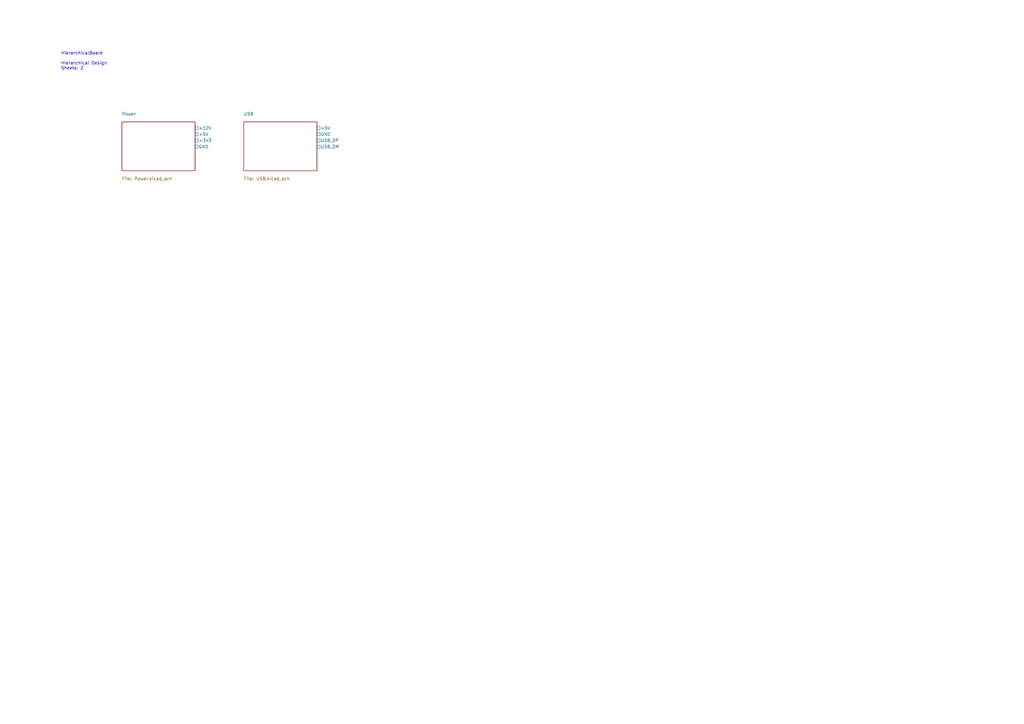
<source format=kicad_sch>
(kicad_sch (version 20250114) (generator "kicad_auto_builder") (generator_version "1.2")
  (paper "A3")
  (title_block (title "HierarchicalBoard") (date "2024-12-12") (rev "1.0") (company "Auto Generated") (comment 1 "Generated by kicad_auto_builder v1.2"))
  (lib_symbols)
  (sheet (at 50.0 50.0) (size 30.0 20.0) (stroke (width 0.1524))
    (property "Sheetname" "Power" (at 50.0 47.46 0) (effects (justify left bottom)))
    (property "Sheetfile" "Power.kicad_sch" (at 50.0 72.54 0) (effects (justify left top)))
    (pin "+12V" passive (at 80.0 52.54 0))
    (pin "+5V" passive (at 80.0 55.08 0))
    (pin "+3V3" passive (at 80.0 57.62 0))
    (pin "GND" passive (at 80.0 60.16 0))
  )
  (sheet (at 100.0 50.0) (size 30.0 20.0) (stroke (width 0.1524))
    (property "Sheetname" "USB" (at 100.0 47.46 0) (effects (justify left bottom)))
    (property "Sheetfile" "USB.kicad_sch" (at 100.0 72.54 0) (effects (justify left top)))
    (pin "+5V" passive (at 130.0 52.54 0))
    (pin "GND" passive (at 130.0 55.08 0))
    (pin "USB_DP" passive (at 130.0 57.62 0))
    (pin "USB_DM" passive (at 130.0 60.16 0))
  )
  (text "HierarchicalBoard\n\nHierarchical Design\nSheets: 2" (at 25.0 25.0 0) (effects (font (size 1.27 1.27)) (justify left)))
)
</source>
